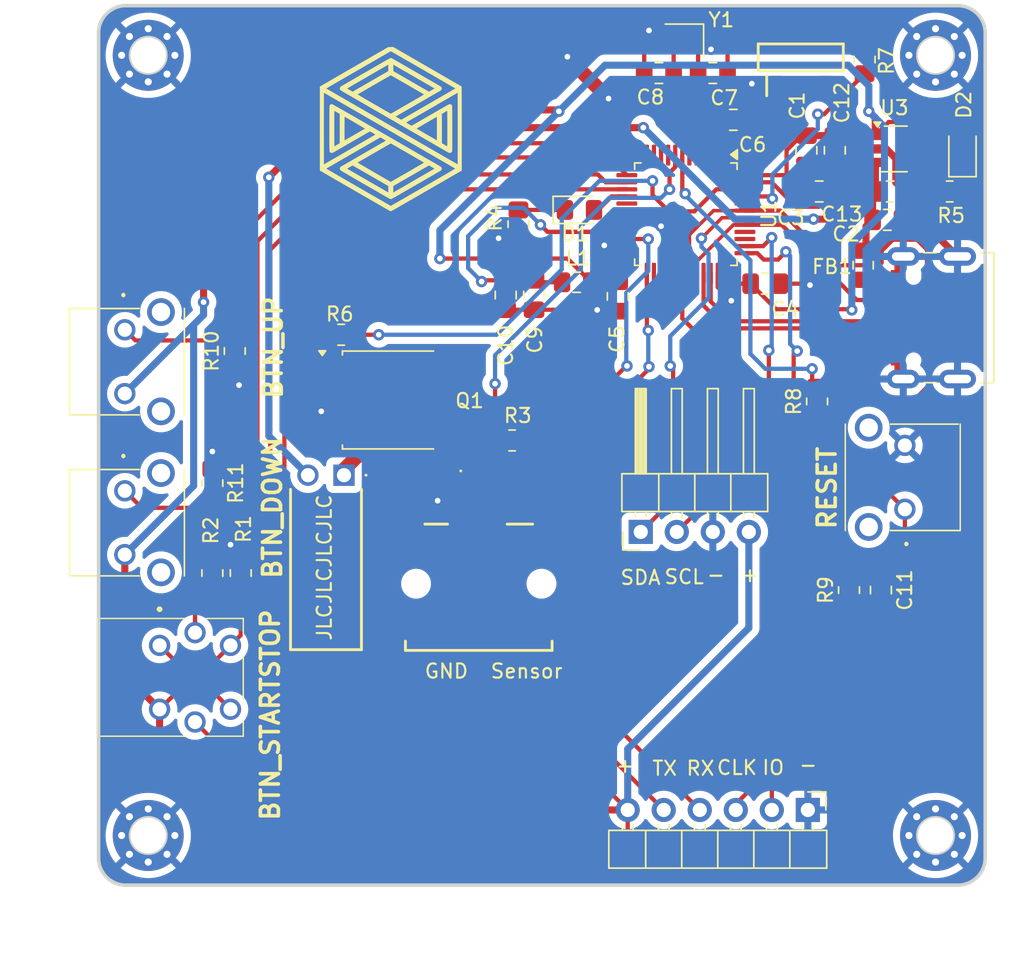
<source format=kicad_pcb>
(kicad_pcb (version 20240108) (generator "pcbnew") (generator_version "8.0")
  (layers (0 "F.Cu" signal) (31 "B.Cu" power) (34 "B.Paste" user) (35 "F.Paste" user) (36 "B.SilkS" user "B.Silkscreen") (37 "F.SilkS" user "F.Silkscreen") (38 "B.Mask" user) (39 "F.Mask" user) (44 "Edge.Cuts" user))
  (net 0 "")
  (net 1 "+3V3")
  (net 2 "VBUS")
  (net 3 "+3.3VA")
  (net 4 "Net-(D1-K)")
  (net 5 "Net-(D2-K)")
  (net 6 "Net-(S1-K)")
  (net 7 "/UART_TX")
  (net 8 "/UART_RX")
  (net 9 "Net-(J6-Pin_1)")
  (net 10 "Net-(Q1-G)")
  (net 13 "Net-(C11-Pad1)")
  (net 14 "Net-(SW1-B)")
  (net 30 "GND")
  (net 31 "/CLK0")
  (net 32 "/CLK1")
  (net 33 "/BOOT")
  (net 34 "/RESET")
  (net 35 "/LED_OUT")
  (net 36 "/USB_D-")
  (net 37 "/USB_D+")
  (net 38 "/USB_CC2")
  (net 39 "/USB_CC1")
  (net 40 "/SWDIO")
  (net 41 "/SWCLK")
  (net 42 "/DISP_I2C_SDA")
  (net 43 "/DISP_I2C_SCL")
  (net 44 "/MCH_CONTROL")
  (net 45 "/BTN_START_STOP")
  (net 46 "/BTN_UP")
  (net 47 "/BTN_DOWN")
  (net 48 "/ADC_TERMO_SENSOR")
  (net 49 "/LED_START_STOP")
  (net 50 "Net-(FB1-Pad1)")
  (footprint "Capacitor_SMD:C_0805_2012Metric_Pad1.18x1.45mm_HandSolder" (layer "F.Cu") (at 146.7 80.6 -90)
    (property "Reference" "C5")
    (property "Value" "100n")
  )
  (footprint "Connector_PinHeader_2.54mm:PinHeader_1x06_P2.54mm_Horizontal" (layer "F.Cu") (at 160.1 116.8 -90)
    (property "Reference" "J4" (hide yes))
    (property "Value" "Debug")
  )
  (footprint "Capacitor_SMD:C_0805_2012Metric_Pad1.18x1.45mm_HandSolder" (layer "F.Cu") (at 157.1 79.7)
    (property "Reference" "C4")
    (property "Value" "100n")
  )
  (footprint "Resistor_SMD:R_0805_2012Metric_Pad1.20x1.40mm_HandSolder" (layer "F.Cu") (at 119.7 84.45 90)
    (property "Reference" "R10")
    (property "Value" "10k")
  )
  (footprint "Capacitor_SMD:C_0805_2012Metric_Pad1.18x1.45mm_HandSolder" (layer "F.Cu") (at 160 70.3 90)
    (property "Reference" "C1")
    (property "Value" "4u7")
  )
  (footprint "MountingHole:MountingHole_2.5mm_Pad_Via" (layer "F.Cu") (at 113.6 118.6)
    (property "Reference" "H3" (hide yes))
    (property "Value" "2.5mm")
  )
  (footprint "Capacitor_SMD:C_0805_2012Metric_Pad1.18x1.45mm_HandSolder" (layer "F.Cu") (at 162 70.3 90)
    (property "Reference" "C12")
    (property "Value" "1u")
  )
  (footprint "Inductor_SMD:L_0805_2012Metric_Pad1.15x1.40mm_HandSolder" (layer "F.Cu") (at 143.8 79.6 180)
    (property "Reference" "L1")
    (property "Value" "27n")
  )
  (footprint "LOGO" (layer "F.Cu") (at 130.694348 69.424236)
    (property "Reference" "G***" (hide yes))
    (property "Value" "LOGO" (hide yes))
  )
  (footprint "MountingHole:MountingHole_2.5mm_Pad_Via" (layer "F.Cu") (at 169.1 63.6)
    (property "Reference" "H1" (hide yes))
    (property "Value" "2.5mm")
  )
  (footprint "MountingHole:MountingHole_2.5mm_Pad_Via" (layer "F.Cu") (at 169.1 118.6)
    (property "Reference" "H4" (hide yes))
    (property "Value" "2.5mm")
  )
  (footprint "Capacitor_SMD:C_0805_2012Metric_Pad1.18x1.45mm_HandSolder" (layer "F.Cu") (at 165.7 75.2)
    (property "Reference" "C2")
    (property "Value" "1u")
  )
  (footprint "Capacitor_SMD:C_0805_2012Metric_Pad1.18x1.45mm_HandSolder" (layer "F.Cu") (at 165.25 101.3 -90)
    (property "Reference" "C11")
    (property "Value" "100n")
  )
  (footprint "Capacitor_SMD:C_0805_2012Metric_Pad1.18x1.45mm_HandSolder" (layer "F.Cu") (at 160.9 73.2)
    (property "Reference" "C3")
    (property "Value" "100n")
  )
  (footprint "Project components:PTS645VL582LFS" (layer "F.Cu") (at 111.95 82.95 -90)
    (property "Reference" "BTN_UP")
    (property "Value" "UP" (hide yes))
  )
  (footprint "Project components:TL1250F180GQRCLR" (layer "F.Cu") (at 114.4 105.2)
    (property "Reference" "BTN_STARTSTOP")
    (property "Value" "START_STOP" (hide yes))
  )
  (footprint "LED_SMD:LED_0805_2012Metric_Pad1.15x1.40mm_HandSolder" (layer "F.Cu") (at 171 70.3 90)
    (property "Reference" "D2")
    (property "Value" "Green")
  )
  (footprint "Resistor_SMD:R_0805_2012Metric_Pad1.20x1.40mm_HandSolder" (layer "F.Cu") (at 139.7 75.5 -90)
    (property "Reference" "R4")
    (property "Value" "4k7")
  )
  (footprint "Package_TO_SOT_SMD:SOT-23-5_HandSoldering" (layer "F.Cu") (at 166.2 70.2)
    (property "Reference" "U3")
    (property "Value" "TLV701")
  )
  (footprint "LED_SMD:LED_0805_2012Metric_Pad1.15x1.40mm_HandSolder" (layer "F.Cu") (at 144 74.5)
    (property "Reference" "D1")
    (property "Value" "Red")
  )
  (footprint "Inductor_SMD:L_0805_2012Metric_Pad1.15x1.40mm_HandSolder" (layer "F.Cu") (at 164 78.4 90)
    (property "Reference" "FB1")
    (property "Value" "500mA")
  )
  (footprint "Crystal:Crystal_SMD_2016-4Pin_2.0x1.6mm" (layer "F.Cu") (at 151.4 62.55 180)
    (property "Reference" "Y1")
    (property "Value" "16Mhz, CL=10p")
  )
  (footprint "Project components:SOT175P420X230-3N" (layer "F.Cu") (at 159.6 63.75 90)
    (property "Reference" "SW1" (hide yes))
    (property "Value" "BOOT" (hide yes))
  )
  (footprint "Project components:PTS645VL582LFS" (layer "F.Cu") (at 166.94 95.6 90)
    (property "Reference" "RESET")
    (property "Value" "RESET" (hide yes))
  )
  (footprint "Resistor_SMD:R_0805_2012Metric_Pad1.20x1.40mm_HandSolder" (layer "F.Cu") (at 164.1 63.9 -90)
    (property "Reference" "R7")
    (property "Value" "10k")
  )
  (footprint "Resistor_SMD:R_0805_2012Metric_Pad1.20x1.40mm_HandSolder" (layer "F.Cu") (at 118.12 93.76 -90)
    (property "Reference" "R11")
    (property "Value" "10k")
  )
  (footprint "Project components:Conn_66100211722" (layer "F.Cu") (at 127.4 93.2)
    (property "Reference" "J6" (hide yes))
    (property "Value" "MCH" (hide yes))
  )
  (footprint "Capacitor_SMD:C_0805_2012Metric_Pad1.18x1.45mm_HandSolder" (layer "F.Cu") (at 138.8 80.5 -90)
    (property "Reference" "C10")
    (property "Value" "100n")
  )
  (footprint "Capacitor_SMD:C_0805_2012Metric_Pad1.18x1.45mm_HandSolder" (layer "F.Cu") (at 165.9 73.2)
    (property "Reference" "C13")
    (property "Value" "100n")
  )
  (footprint "Resistor_SMD:R_0805_2012Metric_Pad1.20x1.40mm_HandSolder" (layer "F.Cu") (at 163 101.3 90)
    (property "Reference" "R9")
    (property "Value" "10k")
  )
  (footprint "MountingHole:MountingHole_2.5mm_Pad_Via" (layer "F.Cu") (at 113.6 63.6)
    (property "Reference" "H2" (hide yes))
    (property "Value" "2.5mm")
  )
  (footprint "Resistor_SMD:R_0805_2012Metric_Pad1.20x1.40mm_HandSolder" (layer "F.Cu") (at 139.25 90.75 180)
    (property "Reference" "R3")
    (property "Value" "8k66")
  )
  (footprint "Capacitor_SMD:C_0805_2012Metric_Pad1.18x1.45mm_HandSolder" (layer "F.Cu") (at 140.8 80.5 -90)
    (property "Reference" "C9")
    (property "Value" "1u")
  )
  (footprint "Resistor_SMD:R_0805_2012Metric_Pad1.20x1.40mm_HandSolder" (layer "F.Cu") (at 127.2 83.3 180)
    (property "Reference" "R6")
    (property "Value" "50")
  )
  (footprint "Connector_USB:USB_C_Receptacle_JAE_DX07S016JA1R1500" (layer "F.Cu") (at 169.5 82.1 90)
    (property "Reference" "J2" (hide yes))
    (property "Value" "Type-C")
  )
  (footprint "Capacitor_SMD:C_0805_2012Metric_Pad1.18x1.45mm_HandSolder" (layer "F.Cu") (at 153.4 64.85 180)
    (property "Reference" "C7")
    (property "Value" "10p")
  )
  (footprint "Project components:234832E" (layer "F.Cu") (at 136.9 101.1 180)
    (property "Reference" "J1" (hide yes))
    (property "Value" "Termosensor" (hide yes))
  )
  (footprint "Resistor_SMD:R_0805_2012Metric_Pad1.20x1.40mm_HandSolder" (layer "F.Cu") (at 170.1 73.2 180)
    (property "Reference" "R5")
    (property "Value" "2k2")
  )
  (footprint "Capacitor_SMD:C_0805_2012Metric_Pad1.18x1.45mm_HandSolder" (layer "F.Cu") (at 154.85 68.15 180)
    (property "Reference" "C6")
    (property "Value" "100n")
  )
  (footprint "Connector_PinHeader_2.54mm:PinHeader_1x04_P2.54mm_Horizontal" (layer "F.Cu") (at 148.32 97.2 90)
    (property "Reference" "J8" (hide yes))
    (property "Value" "Display")
  )
  (footprint "Resistor_SMD:R_0805_2012Metric_Pad1.20x1.40mm_HandSolder" (layer "F.Cu") (at 118.12 100.1 -90)
    (property "Reference" "R2")
    (property "Value" "2k2")
  )
  (footprint "Project components:PTS645VL582LFS" (layer "F.Cu") (at 111.95 94.3 -90)
    (property "Reference" "BTN_DOWN")
    (property "Value" "DOWN" (hide yes))
  )
  (footprint "Package_TO_SOT_SMD:TO-252-2" (layer "F.Cu") (at 130.6 87.9)
    (property "Reference" "Q1")
    (property "Value" "IRLR8726")
  )
  (footprint "Package_QFP:LQFP-48_7x7mm_P0.5mm" (layer "F.Cu") (at 151.5 74.8 -90)
    (property "Reference" "U1")
    (property "Value" "STM32G431CBTx")
  )
  (footprint "Resistor_SMD:R_0805_2012Metric_Pad1.20x1.40mm_HandSolder" (layer "F.Cu") (at 120.12 100.1 -90)
    (property "Reference" "R1")
    (property "Value" "10k")
  )
  (footprint "Capacitor_SMD:C_0805_2012Metric_Pad1.18x1.45mm_HandSolder" (layer "F.Cu") (at 149.6 64.85 180)
    (property "Reference" "C8")
    (property "Value" "10p")
  )
  (footprint "Resistor_SMD:R_0805_2012Metric_Pad1.20x1.40mm_HandSolder" (layer "F.Cu") (at 160.75 88 90)
    (property "Reference" "R8")
    (property "Value" "220")
  )
  (gr_circle (center 113.6 63.6) (end 114.85 63.6) (stroke (width 0.25)) (fill none) (layer "Edge.Cuts"))
  (gr_line (start 172.6 62.1) (end 172.6 120.1) (stroke (width 0.25)) (layer "Edge.Cuts"))
  (gr_line (start 112.1 60.1) (end 170.6 60.1) (stroke (width 0.25)) (layer "Edge.Cuts"))
  (gr_arc (start 170.6 60.1) (mid 172.037114 60.662886) (end 172.6 62.1) (stroke (width 0.25)) (layer "Edge.Cuts"))
  (gr_arc (start 112.1 122.1) (mid 110.662885 121.537114) (end 110.1 120.1) (stroke (width 0.25)) (layer "Edge.Cuts"))
  (gr_arc (start 172.6 120.1) (mid 172.037114 121.537114) (end 170.6 122.1) (stroke (width 0.25)) (layer "Edge.Cuts"))
  (gr_circle (center 113.6 118.6) (end 114.85 118.6) (stroke (width 0.25)) (fill none) (layer "Edge.Cuts"))
  (gr_circle (center 169.1 118.6) (end 170.35 118.6) (stroke (width 0.25)) (fill none) (layer "Edge.Cuts"))
  (gr_arc (start 110.1 62.1) (mid 110.662886 60.662886) (end 112.1 60.1) (stroke (width 0.25)) (layer "Edge.Cuts"))
  (gr_line (start 110.1 120.1) (end 110.1 62.1) (stroke (width 0.25)) (layer "Edge.Cuts"))
  (gr_line (start 170.6 122.1) (end 112.1 122.1) (stroke (width 0.25)) (layer "Edge.Cuts"))
  (gr_circle (center 169.1 63.6) (end 170.35 63.6) (stroke (width 0.25)) (fill none) (layer "Edge.Cuts"))
  (gr_text "SDA" (at 146.8 101 0) (layer "F.SilkS") (effects (font (size 1 1)) (justify left bottom)))
  (gr_text "SCL" (at 149.9 100.95 0) (layer "F.SilkS") (effects (font (size 1 1)) (justify left bottom)))
  (gr_text "TX" (at 149.05 114.45 0) (layer "F.SilkS") (effects (font (size 1 1)) (justify left bottom)))
  (gr_text "+" (at 155.3 100.8 0) (layer "F.SilkS") (effects (font (size 1 1)) (justify left bottom)))
  (gr_text "RX" (at 151.45 114.45 0) (layer "F.SilkS") (effects (font (size 1 1)) (justify left bottom)))
  (gr_text "-" (at 159.4 114.2 0) (layer "F.SilkS") (effects (font (size 1 1)) (justify left bottom)))
  (gr_text "CLK" (at 153.6 114.4 0) (layer "F.SilkS") (effects (font (size 1 1)) (justify left bottom)))
  (gr_text "IO" (at 156.8 114.4 0) (layer "F.SilkS") (effects (font (size 1 1)) (justify left bottom)))
  (gr_text "-" (at 152.9 100.8 0) (layer "F.SilkS") (effects (font (size 1 1)) (justify left bottom)))
  (gr_text "GND" (at 133 107.6 0) (layer "F.SilkS") (effects (font (size 1 1)) (justify left bottom)))
  (gr_text "+" (at 146.5 114.25 0) (layer "F.SilkS") (effects (font (size 1 1)) (justify left bottom)))
  (gr_text "JLCJLCJLCJLC" (at 126.6 104.95 90) (layer "F.SilkS") (effects (font (size 1 1)) (justify left bottom)))
  (gr_text "Sensor" (at 137.65 107.6 0) (layer "F.SilkS") (effects (font (size 1 1)) (justify left bottom)))
  (segment (start 170.025 68.3) (end 171 69.275) (width 0.3) (layer "F.Cu") (net 1))
  (segment (start 161.1 119.8) (end 163 117.9) (width 0.3) (layer "F.Cu") (net 1))
  (segment (start 155.8875 68.15) (end 156.8875 69.15) (width 0.3) (layer "F.Cu") (net 1))
  (segment (start 124.45 67.45) (end 117.5 74.4) (width 0.5) (layer "F.Cu") (net 1))
  (segment (start 159.5 68.7625) (end 160 69.2625) (width 0.25) (layer "F.Cu") (net 1))
  (segment (start 160 69.2625) (end 159.6375 69.2625) (width 0.3) (layer "F.Cu") (net 1))
  (segment (start 115.95 113.15) (end 141.9 113.15) (width 0.5) (layer "F.Cu") (net 1))
  (segment (start 146.6375 78.25) (end 147.3375 77.55) (width 0.3) (layer "F.Cu") (net 1))
  (segment (start 114.4 109.7) (end 111.95 107.25) (width 0.5) (layer "F.Cu") (net 1))
  (segment (start 159.5 67) (end 159.5 68.7625) (width 0.25) (layer "F.Cu") (net 1))
  (segment (start 162 69.2625) (end 164.8375 69.2625) (width 0.5) (layer "F.Cu") (net 1))
  (segment (start 161.35 65.75) (end 160.75 65.75) (width 0.25) (layer "F.Cu") (net 1))
  (segment (start 145.55 116.8) (end 147.4 116.8) (width 0.5) (layer "F.Cu") (net 1))
  (segment (start 163.2 81.55) (end 163.15 81.5) (width 0.3) (layer "F.Cu") (net 1))
  (segment (start 114.4 109.7) (end 114.4 111.6) (width 0.5) (layer "F.Cu") (net 1))
  (segment (start 144 113.4) (end 147.4 116.8) (width 0.3) (layer "F.Cu") (net 1))
  (segment (start 156.0625 79.29062) (end 156.0625 79.7) (width 0.3) (layer "F.Cu") (net 1))
  (segment (start 112.1 98.95) (end 111.95 98.8) (width 0.5) (layer "F.Cu") (net 1))
  (segment (start 146.6375 79.4) (end 146.6375 78.25) (width 0.3) (layer "F.Cu") (net 1))
  (segment (start 114.4 109.7) (end 115.4 108.7) (width 0.3) (layer "F.Cu") (net 1))
  (segment (start 118.4 108.7) (end 119.4 109.7) (width 0.3) (layer "F.Cu") (net 1))
  (segment (start 154.9875 79.7) (end 154.25 78.9625) (width 0.3) (layer "F.Cu") (net 1))
  (segment (start 146.6375 79.4) (end 146.6375 79.8375) (width 0.3) (layer "F.Cu") (net 1))
  (segment (start 141.25 90.75) (end 144 93.5) (width 0.3) (layer "F.Cu") (net 1))
  (segment (start 154.25 69.7875) (end 155.8875 68.15) (width 0.3) (layer "F.Cu") (net 1))
  (segment (start 146.7 79.5625) (end 144.8625 79.5625) (width 0.3) (layer "F.Cu") (net 1))
  (segment (start 158.6 71.9375) (end 159.8625 73.2) (width 0.3) (layer "F.Cu") (net 1))
  (segment (start 158.7125 72.05) (end 155.6625 72.05) (width 0.3) (layer "F.Cu") (net 1))
  (segment (start 163 117.9) (end 163 102.3) (width 0.3) (layer "F.Cu") (net 1))
  (segment (start 146.6375 79.4) (end 146.8 79.4) (width 0.3) (layer "F.Cu") (net 1))
  (segment (start 147.4 118.5) (end 148.7 119.8) (width 0.3) (layer "F.Cu") (net 1))
  (segment (start 164.85 69.25) (end 165.8 68.3) (width 0.3) (layer "F.Cu") (net 1))
  (segment (start 157.8625 81.5) (end 156.0625 79.7) (width 0.3) (layer "F.Cu") (net 1))
  (segment (start 159.6375 69.2625) (end 158.6 70.3) (width 0.3) (layer "F.Cu") (net 1))
  (segment (start 144.8625 79.5625) (end 144.825 79.6) (width 0.3) (layer "F.Cu") (net 1))
  (segment (start 156.0625 79.7) (end 154.9875 79.7) (width 0.3) (layer "F.Cu") (net 1))
  (segment (start 114.4 111.6) (end 115.95 113.15) (width 0.5) (layer "F.Cu") (net 1))
  (segment (start 160 69.2625) (end 162 69.2625) (width 0.5) (layer "F.Cu") (net 1))
  (segment (start 117.5 74.4) (end 117.5 81) (width 0.5) (layer "F.Cu") (net 1))
  (segment (start 164.4 67.55) (end 164.85 68) (width 0.5) (layer "F.Cu") (net 1))
  (segment (start 111.95 107.25) (end 111.95 98.8) (width 0.5) (layer "F.Cu") (net 1))
  (segment (start 134.16 77.93) (end 143.155 77.93) (width 0.3) (layer "F.Cu") (net 1))
  (segment (start 164.8375 69.2625) (end 164.85 69.25) (width 0.5) (layer "F.Cu") (net 1))
  (segment (start 148.7 119.8) (end 161.1 119.8) (width 0.3) (layer "F.Cu") (net 1))
  (segment (start 147.4 116.8) (end 147.4 118.5) (width 0.3) (layer "F.Cu") (net 1))
  (segment (start 142.55 67.55) (end 142.45 67.45) (width 0.3) (layer "F.Cu") (net 1))
  (segment (start 143.155 77.93) (end 144.825 79.6) (width 0.3) (layer "F.Cu") (net 1))
  (segment (start 159.6 68.8625) (end 160 69.2625) (width 0.3) (layer "F.Cu") (net 1))
  (segment (start 163.15 81.5) (end 157.8625 81.5) (width 0.3) (layer "F.Cu") (net 1))
  (segment (start 165.8 68.3) (end 170.025 68.3) (width 0.3) (layer "F.Cu") (net 1))
  (segment (start 159.8625 73.2) (end 158.7125 72.05) (width 0.3) (layer "F.Cu") (net 1))
  (segment (start 160.75 65.75) (end 159.5 67) (width 0.25) (layer "F.Cu") (net 1))
  (segment (start 115.4 108.7) (end 118.4 108.7) (width 0.3) (layer "F.Cu") (net 1))
  (segment (start 159.8875 69.15) (end 160 69.2625) (width 0.3) (layer "F.Cu") (net 1))
  (segment (start 164.85 68) (end 164.85 69.25) (width 0.5) (layer "F.Cu") (net 1))
  (segment (start 141.9 113.15) (end 145.55 116.8) (width 0.5) (layer "F.Cu") (net 1))
  (segment (start 154.25 70.6375) (end 154.25 69.7875) (width 0.3) (layer "F.Cu") (net 1))
  (segment (start 156.8875 69.15) (end 159.8875 69.15) (width 0.3) (layer "F.Cu") (net 1))
  (segment (start 144 93.5) (end 144 113.4) (width 0.3) (layer "F.Cu") (net 1))
  (segment (start 158.6 70.3) (end 158.6 71.9375) (width 0.3) (layer "F.Cu") (net 1))
  (segment (start 142.45 67.45) (end 124.45 67.45) (width 0.5) (layer "F.Cu") (net 1))
  (segment (start 140.25 90.75) (end 141.25 90.75) (width 0.3) (layer "F.Cu") (net 1))
  (via (at 117.5 81) (size 0.8) (drill 0.4) (layers "F.Cu" "B.Cu") (net 1))
  (via (at 163.2 81.55) (size 0.8) (drill 0.4) (layers "F.Cu" "B.Cu") (net 1))
  (via (at 142.55 67.55) (size 0.8) (drill 0.4) (layers "F.Cu" "B.Cu") (net 1))
  (via (at 134.16 77.93) (size 0.8) (drill 0.4) (layers "F.Cu" "B.Cu") (net 1))
  (via (at 164.4 67.55) (size 0.8) (drill 0.4) (layers "F.Cu" "B.Cu") (net 1))
  (segment (start 117.5 81.9) (end 111.95 87.45) (width 0.5) (layer "B.Cu") (net 1))
  (segment (start 162.95 64.3) (end 164.4 65.75) (width 0.5) (layer "B.Cu") (net 1))
  (segment (start 116.8 93.95) (end 116.8 82.6) (width 0.5) (layer "B.Cu") (net 1))
  (segment (start 111.95 98.8) (end 116.8 93.95) (width 0.5) (layer "B.Cu") (net 1))
  (segment (start 142.55 67.55) (end 134.16 75.94) (width 0.5) (layer "B.Cu") (net 1))
  (segment (start 147.4 116.8) (end 147.4 112.5) (width 0.5) (layer "B.Cu") (net 1))
  (segment (start 145.8 64.3) (end 162.95 64.3) (width 0.5) (layer "B.Cu") (net 1))
  (segment (start 155.94 103.96) (end 155.94 97.2) (width 0.5) (layer "B.Cu") (net 1))
  (segment (start 147.4 112.5) (end 155.94 103.96) (width 0.5) (layer "B.Cu") (net 1))
  (segment (start 134.16 75.94) (end 134.16 77.93) (width 0.5) (layer "B.Cu") (net 1))
  (segment (start 164.4 65.75) (end 164.4 67.55) (width 0.5) (layer "B.Cu") (net 1))
  (segment (start 165.5 74.6) (end 165.5 68.65) (width 0.5) (layer "B.Cu") (net 1))
  (segment (start 163.2 76.9) (end 165.5 74.6) (width 0.5) (layer "B.Cu") (net 1))
  (segment (start 142.55 67.55) (end 145.8 64.3) (width 0.5) (layer "B.Cu") (net 1))
  (segment (start 116.8 82.6) (end 117.5 81.9) (width 0.3) (layer "B.Cu") (net 1))
  (segment (start 163.2 81.55) (end 163.2 76.9) (width 0.5) (layer "B.Cu") (net 1))
  (segment (start 165.5 68.65) (end 164.4 67.55) (width 0.5) (layer "B.Cu") (net 1))
  (segment (start 117.5 81) (end 117.5 81.9) (width 0.5) (layer "B.Cu") (net 1))
  (segment (start 148.5 68.7) (end 125.6 68.7) (width 0.5) (layer "F.Cu") (net 2))
  (segment (start 164.2 75.6625) (end 164.6625 75.2) (width 0.5) (layer "F.Cu") (net 2))
  (segment (start 164.8625 73.2) (end 164.8625 71.1625) (width 0.5) (layer "F.Cu") (net 2))
  (segment (start 164.2 77.375) (end 164.2 75.6625) (width 0.5) (layer "F.Cu") (net 2))
  (segment (start 162.35 75.15) (end 164.3 73.2) (width 0.5) (layer "F.Cu") (net 2))
  (segment (start 125.6 68.7) (end 122.1 72.2) (width 0.5) (layer "F.Cu") (net 2))
  (segment (start 164.6625 73.4) (end 164.8625 73.2) (width 0.5) (layer "F.Cu") (net 2))
  (segment (start 164.8625 71.1625) (end 164.85 71.15) (width 0.5) (layer "F.Cu") (net 2))
  (segment (start 164.6625 75.2) (end 164.6625 73.4) (width 0.5) (layer "F.Cu") (net 2))
  (segment (start 160.5 75.15) (end 162.35 75.15) (width 0.5) (layer "F.Cu") (net 2))
  (segment (start 164.3 73.2) (end 164.8625 73.2) (width 0.5) (layer "F.Cu") (net 2))
  (via (at 122.1 72.2) (size 0.8) (drill 0.4) (layers "F.Cu" "B.Cu") (net 2))
  (via (at 160.5 75.15) (size 0.8) (drill 0.4) (layers "F.Cu" "B.Cu") (net 2))
  (via (at 148.5 68.7) (size 0.8) (drill 0.4) (layers "F.Cu" "B.Cu") (net 2))
  (segment (start 160.5 75.15) (end 154.95 75.15) (width 0.5) (layer "B.Cu") (net 2))
  (segment (start 122.1 72.2) (end 122.1 90.44) (width 0.5) (layer "B.Cu") (net 2))
  (segment (start 154.95 75.15) (end 148.5 68.7) (width 0.5) (layer "B.Cu") (net 2))
  (segment (start 122.1 90.44) (end 124.86 93.2) (width 0.5) (layer "B.Cu") (net 2))
  (segment (start 141.75 76.05) (end 147.3375 76.05) (width 0.3) (layer "F.Cu") (net 3))
  (segment (start 145.75 76.05) (end 146.25 75.55) (width 0.3) (layer "F.Cu") (net 3))
  (segment (start 140.8 79.4625) (end 138.8 79.4625) (width 0.3) (layer "F.Cu") (net 3))
  (segment (start 146.25 75.55) (end 147.3375 75.55) (width 0.3) (layer "F.Cu") (net 3))
  (segment (start 140.9375 79.6) (end 140.8 79.4625) (width 0.3) (layer "F.Cu") (net 3))
  (segment (start 137.1875 79.4625) (end 137.1 79.55) (width 0.3) (layer "F.Cu") (net 3))
  (segment (start 141.25 75.55) (end 141.75 76.05) (width 0.3) (layer "F.Cu") (net 3))
  (segment (start 142.775 79.6) (end 140.9375 79.6) (width 0.3) (layer "F.Cu") (net 3))
  (segment (start 141.75 76.05) (end 145.75 76.05) (width 0.3) (layer "F.Cu") (net 3))
  (segment (start 138.8 79.4625) (end 137.1875 79.4625) (width 0.3) (layer "F.Cu") (net 3))
  (via (at 141.25 75.55) (size 0.8) (drill 0.4) (layers "F.Cu" "B.Cu") (net 3))
  (via (at 137.1 79.55) (size 0.8) (drill 0.4) (layers "F.Cu" "B.Cu") (net 3))
  (segment (start 138.15 74.35) (end 136.15 76.35) (width 0.3) (layer "B.Cu") (net 3))
  (segment (start 140.05 74.35) (end 138.15 74.35) (width 0.3) (layer "B.Cu") (net 3))
  (segment (start 136.15 78.6) (end 137.1 79.55) (width 0.3) (layer "B.Cu") (net 3))
  (segment (start 141.25 75.55) (end 140.05 74.35) (width 0.3) (layer "B.Cu") (net 3))
  (segment (start 136.15 76.35) (end 136.15 78.6) (width 0.3) (layer "B.Cu") (net 3))
  (segment (start 139.7 74.5) (end 142.975 74.5) (width 0.3) (layer "F.Cu") (net 4))
  (segment (start 171.1 71.425) (end 171 71.325) (width 0.5) (layer "F.Cu") (net 5))
  (segment (start 171.1 73.2) (end 171.1 71.425) (width 0.5) (layer "F.Cu") (net 5))
  (segment (start 170.975 71.325) (end 171 71.325) (width 0.5) (layer "F.Cu") (net 5))
  (segment (start 116.9 104.3) (end 116.9 102.32) (width 0.3) (layer "F.Cu") (net 6))
  (segment (start 116.9 102.32) (end 118.12 101.1) (width 0.3) (layer "F.Cu") (net 6))
  (segment (start 147.35 85.5) (end 147.3 85.5) (width 0.3) (layer "F.Cu") (net 7))
  (segment (start 148.85 76.55) (end 147.3375 76.55) (width 0.3) (layer "F.Cu") (net 7))
  (segment (start 145.3 112.16) (end 149.94 116.8) (width 0.3) (layer "F.Cu") (net 7))
  (segment (start 147.3 85.5) (end 145.3 87.5) (width 0.3) (layer "F.Cu") (net 7))
  (segment (start 145.3 87.5) (end 145.3 112.16) (width 0.3) (layer "F.Cu") (net 7))
  (via (at 147.35 85.5) (size 0.8) (drill 0.4) (layers "F.Cu" "B.Cu") (net 7))
  (via (at 148.85 76.55) (size 0.8) (drill 0.4) (layers "F.Cu" "B.Cu") (net 7))
  (segment (start 147.3 80.35) (end 147.3 85.45) (width 0.3) (layer "B.Cu") (net 7))
  (segment (start 148.85 76.55) (end 148.85 78.8) (width 0.3) (layer "B.Cu") (net 7))
  (segment (start 147.3 85.45) (end 147.35 85.5) (width 0.3) (layer "B.Cu") (net 7))
  (segment (start 148.85 78.8) (end 147.3 80.35) (width 0.3) (layer "B.Cu") (net 7))
  (segment (start 148.75 82.9) (end 148.75 78.9625) (width 0.3) (layer "F.Cu") (net 8))
  (segment (start 148.85 83) (end 148.75 82.9) (width 0.3) (layer "F.Cu") (net 8))
  (segment (start 146.4 88.2) (end 146.4 110.72) (width 0.3) (layer "F.Cu") (net 8))
  (segment (start 146.4 110.72) (end 152.48 116.8) (width 0.3) (layer "F.Cu") (net 8))
  (segment (start 148.9 85.7) (end 146.4 88.2) (width 0.3) (layer "F.Cu") (net 8))
  (segment (start 148.9 85.55) (end 148.9 85.7) (width 0.3) (layer "F.Cu") (net 8))
  (via (at 148.9 85.55) (size 0.8) (drill 0.4) (layers "F.Cu" "B.Cu") (net 8))
  (via (at 148.85 83) (size 0.8) (drill 0.4) (layers "F.Cu" "B.Cu") (net 8))
  (segment (start 148.85 85.5) (end 148.9 85.55) (width 0.3) (layer "B.Cu") (net 8))
  (segment (start 148.85 83) (end 148.85 85.5) (width 0.3) (layer "B.Cu") (net 8))
  (segment (start 127.4 93.2) (end 127.4 92.8) (width 1) (layer "F.Cu") (net 9))
  (segment (start 127.4 92.8) (end 130.185 90.015) (width 1) (layer "F.Cu") (net 9))
  (segment (start 130.185 90.015) (end 130.185 89.425) (width 1) (layer "F.Cu") (net 9))
  (segment (start 126.2 84.98) (end 126.2 83.3) (width 0.3) (layer "F.Cu") (net 10))
  (segment (start 125.56 85.62) (end 126.2 84.98) (width 0.3) (layer "F.Cu") (net 10))
  (segment (start 166.94 95.6) (end 160.75 89.41) (width 0.3) (layer "F.Cu") (net 13))
  (segment (start 160.75 89.41) (end 160.75 89) (width 0.3) (layer "F.Cu") (net 13))
  (segment (start 165.2125 100.3) (end 165.25 100.2625) (width 0.3) (layer "F.Cu") (net 13))
  (segment (start 165.25 100.2625) (end 166.94 98.5725) (width 0.3) (layer "F.Cu") (net 13))
  (segment (start 163 100.3) (end 165.2125 100.3) (width 0.3) (layer "F.Cu") (net 13))
  (segment (start 166.94 98.5725) (end 166.94 95.6) (width 0.3) (layer "F.Cu") (net 13))
  (segment (start 160.75 62.9) (end 159.6 61.75) (width 0.25) (layer "F.Cu") (net 14))
  (segment (start 164.1 62.9) (end 160.75 62.9) (width 0.25) (layer "F.Cu") (net 14))
  (segment (start 168.435 75.565) (end 170.65 77.78) (width 0.5) (layer "F.Cu") (net 30))
  (segment (start 138.8 81.5375) (end 140.8 81.5375) (width 0.3) (layer "F.Cu") (net 30))
  (segment (start 168.95 93.11) (end 166.94 91.1) (width 0.3) (layer "F.Cu") (net 30))
  (segment (start 168.07 75.2) (end 168.435 75.565) (width 0.5) (layer "F.Cu") (net 30))
  (segment (start 143.15 63.7) (end 143.15 63.75) (width 1) (layer "F.Cu") (net 30))
  (segment (start 168.07 75.2) (end 169.1 74.17) (width 0.5) (layer "F.Cu") (net 30))
  (segment (start 152.3625 63.3625) (end 152.1 63.1) (width 0.3) (layer "F.Cu") (net 30))
  (segment (start 166.3 72.5625) (end 166.9375 73.2) (width 0.5) (layer "F.Cu") (net 30))
  (segment (start 119.7 85.45) (end 119.7 86.55) (width 0.5) (layer "F.Cu") (net 30))
  (segment (start 153.269669 63.180331) (end 153.189338 63.1) (width 0.3) (layer "F.Cu") (net 30))
  (segment (start 168.95 98.6375) (end 168.95 93.11) (width 0.3) (layer "F.Cu") (net 30))
  (segment (start 145.2625 81.5375) (end 146.6 81.5375) (width 0.3) (layer "F.Cu") (net 30))
  (segment (start 125.56 90.18) (end 125.56 88.94) (width 0.5) (layer "F.Cu") (net 30))
  (segment (start 135.63 94.95) (end 134.05 94.95) (width 0.3) (layer "F.Cu") (net 30))
  (segment (start 162 71.3375) (end 160 71.3375) (width 0.5) (layer "F.Cu") (net 30))
  (segment (start 162 71.3375) (end 163.1375 70.2) (width 0.5) (layer "F.Cu") (net 30))
  (segment (start 149.15 75.05) (end 147.3375 75.05) (width 0.3) (layer "F.Cu") (net 30))
  (segment (start 119.4 98.38) (end 120.12 99.1) (width 0.3) (layer "F.Cu") (net 30))
  (segment (start 166.45 86.045) (end 166.825 86.42) (width 0.5) (layer "F.Cu") (net 30))
  (segment (start 166.7375 75.2) (end 168.07 75.2) (width 0.5) (layer "F.Cu") (net 30))
  (segment (start 169.1 74.17) (end 169.1 73.2) (width 0.5) (layer "F.Cu") (net 30))
  (segment (start 145.8 77.05) (end 147.3375 77.05) (width 0.3) (layer "F.Cu") (net 30))
  (segment (start 153.75 79.95) (end 153.75 78.9625) (width 0.3) (layer "F.Cu") (net 30))
  (segment (start 155.6625 72.55) (end 157.544544 72.55) (width 0.3) (layer "F.Cu") (net 30))
  (segment (start 148.5625 64.85) (end 148.5625 63.3875) (width 0.3) (layer "F.Cu") (net 30))
  (segment (start 166.45 79) (end 166.45 78.155) (width 0.5) (layer "F.Cu") (net 30))
  (segment (start 164.85 70.2) (end 165.629999 70.2) (width 0.5) (layer "F.Cu") (net 30))
  (segment (start 156.15 65.6) (end 153.8125 67.9375) (width 0.3) (layer "F.Cu") (net 30))
  (segment (start 119.4 98.1) (end 118.4 99.1) (width 0.3) (layer "F.Cu") (net 30))
  (segment (start 157.544544 72.55) (end 159.269544 74.275) (width 0.3) (layer "F.Cu") (net 30))
  (segment (start 125.56 88.94) (end 125.8 88.7) (width 0.5) (layer "F.Cu") (net 30))
  (segment (start 166.45 85.2) (end 166.45 86.045) (width 0.5) (layer "F.Cu") (net 30))
  (segment (start 118.12 91.53) (end 118.12 92.76) (width 0.3) (layer "F.Cu") (net 30))
  (segment (start 159.269544 74.275) (end 160.8625 74.275) (width 0.3) (layer "F.Cu") (net 30))
  (segment (start 119.7 86.55) (end 120 86.85) (width 0.5) (layer "F.Cu") (net 30))
  (segment (start 148.5625 63.3875) (end 149.95 62) (width 0.3) (layer "F.Cu") (net 30))
  (segment (start 140.8 81.5375) (end 145.2375 81.5375) (width 0.3) (layer "F.Cu") (net 30))
  (segment (start 165.25 102.3375) (end 168.95 98.6375) (width 0.3) (layer "F.Cu") (net 30))
  (segment (start 153.8125 67.9375) (end 153.8125 68.15) (width 0.3) (layer "F.Cu") (net 30))
  (segment (start 143.15 63.75) (end 146.05 66.65) (width 1) (layer "F.Cu") (net 30))
  (segment (start 157.7 65.6) (end 157.85 65.75) (width 0.3) (layer "F.Cu") (net 30))
  (segment (start 166.4 86.375) (end 166.175 86.6) (width 0.5) (layer "F.Cu") (net 30))
  (segment (start 160.15 79.7) (end 160.25 79.8) (width 0.3) (layer "F.Cu") (net 30))
  (segment (start 166.7375 75.2) (end 166.7375 73.4) (width 0.5) (layer "F.Cu") (net 30))
  (segment (start 145.75 77) (end 145.8 77.05) (width 0.3) (layer "F.Cu") (net 30))
  (segment (start 161.9375 73.2) (end 161.9375 71.4) (width 0.3) (layer "F.Cu") (net 30))
  (segment (start 166.45 78.155) (end 166.825 77.78) (width 0.5) (layer "F.Cu") (net 30))
  (segment (start 160.8625 74.275) (end 161.9375 73.2) (width 0.3) (layer "F.Cu") (net 30))
  (segment (start 118.4 99.1) (end 118.12 99.1) (width 0.3) (layer "F.Cu") (net 30))
  (segment (start 146.6 81.5375) (end 146.7 81.6375) (width 0.3) (layer "F.Cu") (net 30))
  (segment (start 149.75 75.65) (end 149.15 75.05) (width 0.3) (layer "F.Cu") (net 30))
  (segment (start 149.95 62) (end 150.7 62) (width 0.3) (layer "F.Cu") (net 30))
  (segment (start 138.3 76.5) (end 139.7 76.5) (width 0.3) (layer "F.Cu") (net 30))
  (segment (start 158.1375 79.7) (end 160.15 79.7) (width 0.3) (layer "F.Cu") (net 30))
  (segment (start 149.95 62) (end 149.8 61.85) (width 0.3) (layer "F.Cu") (net 30))
  (segment (start 145.2375 81.5375) (end 145.25 81.55) (width 0.3) (layer "F.Cu") (net 30))
  (segment (start 166.7375 73.4) (end 166.9375 73.2) (width 0.5) (layer "F.Cu") (net 30))
  (segment (start 154.7 80.9) (end 153.75 79.95) (width 0.3) (layer "F.Cu") (net 30))
  (segment (start 165.629999 70.2) (end 166.3 70.870001) (width 0.5) (layer "F.Cu") (net 30))
  (segment (start 153.189338 63.1) (end 152.1 63.1) (width 0.3) (layer "F.Cu") (net 30))
  (segment (start 119.4 98.1) (end 119.4 98.38) (width 0.3) (layer "F.Cu") (net 30))
  (segment (start 145.25 81.55) (end 145.2625 81.5375) (width 0.3) (layer "F.Cu") (net 30))
  (segment (start 163.1375 70.2) (end 164.85 70.2) (width 0.5) (layer "F.Cu") (net 30))
  (segment (start 161.9375 71.4) (end 162 71.3375) (width 0.3) (layer "F.Cu") (net 30))
  (segment (start 152.3625 64.85) (end 152.3625 63.3625) (width 0.3) (layer "F.Cu") (net 30))
  (segment (start 166.3 70.870001) (end 166.3 72.5625) (width 0.5) (layer "F.Cu") (net 30))
  (segment (start 149.8 61.85) (end 148.9 61.85) (width 0.3) (layer "F.Cu") (net 30))
  (segment (start 134.05 94.95) (end 134 95) (width 0.3) (layer "F.Cu") (net 30))
  (segment (start 156.05 65.6) (end 157.7 65.6) (width 0.3) (layer "F.Cu") (net 30))
  (via (at 160.25 79.8) (size 0.8) (drill 0.4) (layers "F.Cu" "B.Cu") (net 30))
  (via (at 145.75 77) (size 0.8) (drill 0.4) (layers "F.Cu" "B.Cu") (net 30))
  (via (at 119.4 98.1) (size 0.8) (drill 0.4) (layers "F.Cu" "B.Cu") (net 30))
  (via (at 154.7 80.9) (size 0.8) (drill 0.4) (layers "F.Cu" "B.Cu") (net 30))
  (via (at 148.9 61.85) (size 0.8) (drill 0.4) (layers "F.Cu" "B.Cu") (net 30))
  (via (at 125.8 88.7) (size 0.8) (drill 0.4) (layers "F.Cu" "B.Cu") (net 30))
  (via (at 156.15 65.6) (size 0.8) (drill 0.4) (layers "F.Cu" "B.Cu") (net 30))
  (via (at 145.25 81.55) (size 0.8) (drill 0.4) (layers "F.Cu" "B.Cu") (net 30))
  (via (at 143.15 63.7) (size 0.8) (drill 0.4) (layers "F.Cu" "B.Cu") (net 30))
  (via (at 138.3 76.5) (size 0.8) (drill 0.4) (layers "F.Cu" "B.Cu") (net 30))
  (via (at 134 95) (size 0.8) (drill 0.4) (layers "F.Cu" "B.Cu") (net 30))
  (via (at 120 86.85) (size 0.8) (drill 0.4) (layers "F.Cu" "B.Cu") (net 30))
  (via (at 153.269669 63.180331) (size 0.8) (drill 0.4) (layers "F.Cu" "B.Cu") (net 30))
  (via (at 146.05 66.65) (size 0.8) (drill 0.4) (layers "F.Cu" "B.Cu") (net 30))
  (via (at 118.12 91.53) (size 0.8) (drill 0.4) (layers "F.Cu" "B.Cu") (net 30))
  (via (at 149.75 75.65) (size 0.8) (drill 0.4) (layers "F.Cu" "B.Cu") (net 30))
  (segment (start 153.15 62) (end 152.1 62) (width 0.3) (layer "F.Cu") (net 31))
  (segment (start 154.4375 64.85) (end 154.4375 63.2875) (width 0.3) (layer "F.Cu") (net 31))
  (segment (start 154.4375 63.2875) (end 153.15 62) (width 0.3) (layer "F.Cu") (net 31))
  (segment (start 152.25 67.0375) (end 154.4375 64.85) (width 0.3) (layer "F.Cu") (net 31))
  (segment (start 152.25 70.6375) (end 152.25 67.0375) (width 0.3) (layer "F.Cu") (net 31))
  (segment (start 150.6375 65.8375) (end 150.6375 64.85) (width 0.3) (layer "F.Cu") (net 32))
  (segment (start 151.75 66.95) (end 150.6375 65.8375) (width 0.3) (layer "F.Cu") (net 32))
  (segment (start 151.75 70.6375) (end 151.75 66.95) (width 0.3) (layer "F.Cu") (net 32))
  (segment (start 150.6375 64.85) (end 150.6375 63.1625) (width 0.3) (layer "F.Cu") (net 32))
  (segment (start 150.6375 63.1625) (end 150.7 63.1) (width 0.3) (layer "F.Cu") (net 32))
  (segment (start 155.6625 73.55) (end 157.45 73.55) (width 0.3) (layer "F.Cu") (net 33))
  (segment (start 157.45 73.55) (end 157.6 73.7) (width 0.3) (layer "F.Cu") (net 33))
  (segment (start 161.25 67.75) (end 164.1 64.9) (width 0.3) (layer "F.Cu") (net 33))
  (segment (start 160.8 67.75) (end 161.25 67.75) (width 0.3) (layer "F.Cu") (net 33))
  (via (at 157.6 73.7) (size 0.8) (drill 0.4) (layers "F.Cu" "B.Cu") (net 33))
  (via (at 160.8 67.75) (size 0.8) (drill 0.4) (layers "F.Cu" "B.Cu") (net 33))
  (segment (start 160.8 68.8) (end 157.6 72) (width 0.3) (layer "B.Cu") (net 33))
  (segment (start 160.8 67.75) (end 160.8 68.8) (width 0.3) (layer "B.Cu") (net 33))
  (segment (start 157.6 72) (end 157.6 73.7) (width 0.3) (layer "B.Cu") (net 33))
  (segment (start 160.4 86.65) (end 160.75 87) (width 0.3) (layer "F.Cu") (net 34))
  (segment (start 151.25 73.15) (end 151.45 73.35) (width 0.3) (layer "F.Cu") (net 34))
  (segment (start 160.4 85.7) (end 160.4 86.65) (width 0.3) (layer "F.Cu") (net 34))
  (segment (start 151.25 70.6375) (end 151.25 73.15) (width 0.3) (layer "F.Cu") (net 34))
  (via (at 160.4 85.7) (size 0.8) (drill 0.4) (layers "F.Cu" "B.Cu") (net 34))
  (via (at 151.45 73.35) (size 0.8) (drill 0.4) (layers "F.Cu" "B.Cu") (net 34))
  (segment (start 160.4 85.7) (end 157.1 85.7) (width 0.3) (layer "B.Cu") (net 34))
  (segment (start 156.05 84.65) (end 156.05 78.05) (width 0.3) (layer "B.Cu") (net 34))
  (segment (start 151.45 73.45) (end 151.45 73.35) (width 0.3) (layer "B.Cu") (net 34))
  (segment (start 157.1 85.7) (end 156.05 84.65) (width 0.3) (layer "B.Cu") (net 34))
  (segment (start 156.05 78.05) (end 151.45 73.45) (width 0.3) (layer "B.Cu") (net 34))
  (segment (start 145.3125 74.5) (end 145.025 74.5) (width 0.3) (layer "F.Cu") (net 35))
  (segment (start 146.2625 73.55) (end 145.3125 74.5) (width 0.3) (layer "F.Cu") (net 35))
  (segment (start 147.3375 73.55) (end 146.2625 73.55) (width 0.3) (layer "F.Cu") (net 35))
  (segment (start 152.75 81.25) (end 154.35 82.85) (width 0.3) (layer "F.Cu") (net 36))
  (segment (start 152.75 78.9625) (end 152.75 81.25) (width 0.3) (layer "F.Cu") (net 36))
  (segment (start 167.285 82.85) (end 167.7 82.435) (width 0.3) (layer "F.Cu") (net 36))
  (segment (start 166.45 82.85) (end 167.285 82.85) (width 0.3) (layer "F.Cu") (net 36))
  (segment (start 167.7 81.8) (end 167.25 81.35) (width 0.3) (layer "F.Cu") (net 36))
  (segment (start 167.7 82.435) (end 167.7 81.8) (width 0.3) (layer "F.Cu") (net 36))
  (segment (start 154.35 82.85) (end 166.45 82.85) (width 0.3) (layer "F.Cu") (net 36))
  (segment (start 167.25 81.35) (end 166.45 81.35) (width 0.3) (layer "F.Cu") (net 36))
  (segment (start 154.65 82.35) (end 166.45 82.35) (width 0.3) (layer "F.Cu") (net 37))
  (segment (start 164.65 81.85) (end 164.2 82.3) (width 0.3) (layer "F.Cu") (net 37))
  (segment (start 153.25 80.95) (end 154.65 82.35) (width 0.3) (layer "F.Cu") (net 37))
  (segment (start 165.3 81.85) (end 166.45 81.85) (width 0.3) (layer "F.Cu") (net 37))
  (segment (start 153.25 78.9625) (end 153.25 80.95) (width 0.3) (layer "F.Cu") (net 37))
  (segment (start 165.3 81.85) (end 164.65 81.85) (width 0.3) (layer "F.Cu") (net 37))
  (segment (start 165.95 81.85) (end 165.3 81.85) (width 0.3) (layer "F.Cu") (net 37))
  (segment (start 158.25 75.55) (end 155.6625 75.55) (width 0.3) (layer "F.Cu") (net 38))
  (segment (start 154.85 75.55) (end 155.6625 75.55) (width 0.25) (layer "F.Cu") (net 38))
  (segment (start 152.25 78.15) (end 154.85 75.55) (width 0.25) (layer "F.Cu") (net 38))
  (segment (start 152.25 78.9625) (end 152.25 78.15) (width 0.25) (layer "F.Cu") (net 38))
  (segment (start 166.45 80.85) (end 163.55 80.85) (width 0.3) (layer "F.Cu") (net 38))
  (segment (start 163.55 80.85) (end 158.25 75.55) (width 0.3) (layer "F.Cu") (net 38))
  (segment (start 166.090786 76.6) (end 167.8 76.6) (width 0.3) (layer "F.Cu") (net 39))
  (segment (start 165 87) (end 165 84.44) (width 0.3) (layer "F.Cu") (net 39))
  (segment (start 165.3 77.390786) (end 166.090786 76.6) (width 0.3) (layer "F.Cu") (net 39))
  (segment (start 169 84.2) (end 168.6 84.6) (width 0.3) (layer "F.Cu") (net 39))
  (segment (start 162 78.4) (end 165.119214 78.4) (width 0.3) (layer "F.Cu") (net 39))
  (segment (start 168.5 77.3) (end 168.5 79.8) (width 0.3) (layer "F.Cu") (net 39))
  (segment (start 165.3 78.219214) (end 165.3 77.390786) (width 0.3) (layer "F.Cu") (net 39))
  (segment (start 165.6 83.84) (end 166.45 83.84) (width 0.3) (layer "F.Cu") (net 39))
  (segment (start 167.7 87.8) (end 165.8 87.8) (width 0.3) (layer "F.Cu") (net 39))
  (segment (start 165.119214 78.4) (end 165.3 78.219214) (width 0.3) (layer "F.Cu") (net 39))
  (segment (start 165.8 87.8) (end 165 87) (width 0.3) (layer "F.Cu") (net 39))
  (segment (start 167.8 76.6) (end 168.5 77.3) (width 0.3) (layer "F.Cu") (net 39))
  (segment (start 169 80.3) (end 169 84.2) (width 0.3) (layer "F.Cu") (net 39))
  (segment (start 151.75 78.9625) (end 151.75 76.25) (width 0.25) (layer "F.Cu") (net 39))
  (segment (start 168.5 79.8) (end 169 80.3) (width 0.3) (layer "F.Cu") (net 39))
  (segment (start 158.15 74.55) (end 162 78.4) (width 0.3) (layer "F.Cu") (net 39))
  (segment (start 165 84.44) (end 165.6 83.84) (width 0.3) (layer "F.Cu") (net 39))
  (segment (start 155.6625 74.55) (end 158.15 74.55) (width 0.3) (layer "F.Cu") (net 39))
  (segment (start 153.45 74.55) (end 155.6625 74.55) (width 0.25) (layer "F.Cu") (net 39))
  (segment (start 168.6 86.9) (end 167.7 87.8) (width 0.3) (layer "F.Cu") (net 39))
  (segment (start 151.75 76.25) (end 153.45 74.55) (width 0.25) (layer "F.Cu") (net 39))
  (segment (start 168.6 84.6) (end 168.6 86.9) (width 0.3) (layer "F.Cu") (net 39))
  (segment (start 156.539339 77.55) (end 155.6625 77.55) (width 0.3) (layer "F.Cu") (net 40))
  (segment (start 156.989339 78) (end 156.539339 77.55) (width 0.3) (layer "F.Cu") (net 40))
  (segment (start 158.55 77.45) (end 158 78) (width 0.3) (layer "F.Cu") (net 40))
  (segment (start 158 78) (end 156.989339 78) (width 0.3) (layer "F.Cu") (net 40))
  (segment (start 157.56 115.44) (end 157.56 116.8) (width 0.3) (layer "F.Cu") (net 40))
  (segment (start 159.1 84.7) (end 159.1 113.9) (width 0.3) (layer "F.Cu") (net 40))
  (segment (start 159.1 113.9) (end 157.56 115.44) (width 0.3) (layer "F.Cu") (net 40))
  (segment (start 159.35 84.45) (end 159.1 84.7) (width 0.3) (layer "F.Cu") (net 40))
  (via (at 158.55 77.45) (size 0.8) (drill 0.4) (layers "F.Cu" "B.Cu") (net 40))
  (via (at 159.35 84.45) (size 0.8) (drill 0.4) (layers "F.Cu" "B.Cu") (net 40))
  (segment (start 158.85 83.95) (end 158.85 77.75) (width 0.3) (layer "B.Cu") (net 40))
  (segment (start 159.35 84.45) (end 158.85 83.95) (width 0.3) (layer "B.Cu") (net 40))
  (segment (start 158.85 77.75) (end 158.55 77.45) (width 0.3) (layer "B.Cu") (net 40))
  (segment (start 155.02 116.38) (end 158 113.4) (width 0.3) (layer "F.Cu") (net 41))
  (segment (start 157.35 86.85) (end 157.35 84.4) (width 0.3) (layer "F.Cu") (net 41))
  (segment (start 156.95 77.05) (end 155.6625 77.05) (width 0.3) (layer "F.Cu") (net 41))
  (segment (start 157.55 76.45) (end 156.95 77.05) (width 0.3) (layer "F.Cu") (net 41))
  (segment (start 155.02 116.8) (end 155.02 116.38) (width 0.3) (layer "F.Cu") (net 41))
  (segment (start 158 113.4) (end 158 87.5) (width 0.3) (layer "F.Cu") (net 41))
  (segment (start 158 87.5) (end 157.35 86.85) (width 0.3) (layer "F.Cu") (net 41))
  (via (at 157.35 84.4) (size 0.8) (drill 0.4) (layers "F.Cu" "B.Cu") (net 41))
  (via (at 157.55 76.45) (size 0.8) (drill 0.4) (layers "F.Cu" "B.Cu") (net 41))
  (segment (start 157.55 84.2) (end 157.35 84.4) (width 0.3) (layer "B.Cu") (net 41))
  (segment (start 157.55 76.45) (end 157.55 84.2) (width 0.3) (layer "B.Cu") (net 41))
  (segment (start 157.4 84.45) (end 157.35 84.4) (width 0.3) (layer "B.Cu") (net 41))
  (segment (start 154.05 75.05) (end 155.6625 75.05) (width 0.25) (layer "F.Cu") (net 42))
  (segment (start 150.4 85.5) (end 150.6 85.7) (width 0.3) (layer "F.Cu") (net 42))
  (segment (start 150.6 94.92) (end 148.32 97.2) (width 0.3) (layer "F.Cu") (net 42))
  (segment (start 150.6 85.7) (end 150.6 94.92) (width 0.3) (layer "F.Cu") (net 42))
  (segment (start 152.6 76.5) (end 154.05 75.05) (width 0.25) (layer "F.Cu") (net 42))
  (via (at 150.4 85.5) (size 0.8) (drill 0.4) (layers "F.Cu" "B.Cu") (net 42))
  (via (at 152.6 76.5) (size 0.8) (drill 0.4) (layers "F.Cu" "B.Cu") (net 42))
  (segment (start 150.4 85.5) (end 150.4 83.4) (width 0.3) (layer "B.Cu") (net 42))
  (segment (start 153.1 80.7) (end 153.1 77.6) (width 0.3) (layer "B.Cu") (net 42))
  (segment (start 150.4 83.4) (end 153.1 80.7) (width 0.3) (layer "B.Cu") (net 42))
  (segment (start 152.6 77.1) (end 152.6 76.5) (width 0.3) (layer "B.Cu") (net 42))
  (segment (start 153.1 77.6) (end 152.6 77.1) (width 0.3) (layer "B.Cu") (net 42))
  (segment (start 151.25 80) (end 151.25 82.15) (width 0.3) (layer "F.Cu") (net 43))
  (segment (start 151.25 82.15) (end 152 82.9) (width 0.3) (layer "F.Cu") (net 43))
  (segment (start 152 82.9) (end 152 96.06) (width 0.3) (layer "F.Cu") (net 43))
  (segment (start 152 96.06) (end 150.86 97.2) (width 0.3) (layer "F.Cu") (net 43))
  (segment (start 151.25 78.9625) (end 151.25 80) (width 0.3) (layer "F.Cu") (net 43))
  (segment (start 149.15 72.45) (end 149.15 73.45) (width 0.3) (layer "F.Cu") (net 44))
  (segment (start 153.65 73.05) (end 155.6625 73.05) (width 0.3) (layer "F.Cu") (net 44))
  (segment (start 129.85 83.3) (end 128.2 83.3) (width 0.3) (layer "F.Cu") (net 44))
  (segment (start 152.1 74.6) (end 153.65 73.05) (width 0.3) (layer "F.Cu") (net 44))
  (segment (start 150.3 74.6) (end 152.1 74.6) (width 0.3) (layer "F.Cu") (net 44))
  (segment (start 149.15 73.45) (end 150.3 74.6) (width 0.3) (layer "F.Cu") (net 44))
  (via (at 149.15 72.45) (size 0.8) (drill 0.4) (layers "F.Cu" "B.Cu") (net 44))
  (via (at 129.85 83.3) (size 0.8) (drill 0.4) (layers "F.Cu" "B.Cu") (net 44))
  (segment (start 138.15 83.3) (end 129.85 83.3) (width 0.3) (layer "B.Cu") (net 44))
  (segment (start 142.75 78.7) (end 138.15 83.3) (width 0.3) (layer "B.Cu") (net 44))
  (segment (start 149.15 72.45) (end 145.410661 72.45) (width 0.3) (layer "B.Cu") (net 44))
  (segment (start 145.410661 72.45) (end 142.75 75.110661) (width 0.3) (layer "B.Cu") (net 44))
  (segment (start 142.75 75.110661) (end 142.75 78.7) (width 0.3) (layer "B.Cu") (net 44))
  (segment (start 119.4 105.2) (end 120.12 104.48) (width 0.3) (layer "F.Cu") (net 45))
  (segment (start 145.85 72.55) (end 147.3375 72.55) (width 0.3) (layer "F.Cu") (net 45))
  (segment (start 115.7 106.5) (end 118.1 106.5) (width 0.3) (layer "F.Cu") (net 45))
  (segment (start 127.5 72) (end 145.3 72) (width 0.3) (layer "F.Cu") (net 45))
  (segment (start 145.3 72) (end 145.85 72.55) (width 0.3) (layer "F.Cu") (net 45))
  (segment (start 122.2 99.8) (end 122.2 77.3) (width 0.3) (layer "F.Cu") (net 45))
  (segment (start 122.2 77.3) (end 127.5 72) (width 0.3) (layer "F.Cu") (net 45))
  (segment (start 120.12 101.1) (end 120.9 101.1) (width 0.3) (layer "F.Cu") (net 45))
  (segment (start 114.4 105.2) (end 115.7 106.5) (width 0.3) (layer "F.Cu") (net 45))
  (segment (start 120.9 101.1) (end 122.2 99.8) (width 0.3) (layer "F.Cu") (net 45))
  (segment (start 118.1 106.5) (end 119.4 105.2) (width 0.3) (layer "F.Cu") (net 45))
  (segment (start 120.12 104.48) (end 120.12 101.1) (width 0.3) (layer "F.Cu") (net 45))
  (segment (start 119.5 83.7) (end 112.7 83.7) (width 0.3) (layer "F.Cu") (net 46))
  (segment (start 112.7 83.7) (end 111.95 82.95) (width 0.3) (layer "F.Cu") (net 46))
  (segment (start 147.9125 69.8) (end 126.6 69.8) (width 0.3) (layer "F.Cu") (net 46))
  (segment (start 120.3 82.9) (end 119.5 83.7) (width 0.3) (layer "F.Cu") (net 46))
  (segment (start 126.6 69.8) (end 120.3 76.1) (width 0.3) (layer "F.Cu") (net 46))
  (segment (start 148.75 70.6375) (end 147.9125 69.8) (width 0.3) (layer "F.Cu") (net 46))
  (segment (start 120.3 76.1) (end 120.3 82.9) (width 0.3) (layer "F.Cu") (net 46))
  (segment (start 127.2 70.8) (end 146.1 70.8) (width 0.3) (layer "F.Cu") (net 47))
  (segment (start 146.5 71.2) (end 146.5 71.2125) (width 0.3) (layer "F.Cu") (net 47))
  (segment (start 121.3 91.58) (end 121.3 76.7) (width 0.3) (layer "F.Cu") (net 47))
  (segment (start 117.38 95.5) (end 117.98 94.9) (width 0.3) (layer "F.Cu") (net 47))
  (segment (start 111.95 94.3) (end 113.15 95.5) (width 0.3) (layer "F.Cu") (net 47))
  (segment (start 113.15 95.5) (end 117.38 95.5) (width 0.3) (layer "F.Cu") (net 47))
  (segment (start 146.1 70.8) (end 146.5 71.2) (width 0.3) (layer "F.Cu") (net 47))
  (segment (start 146.5 71.2125) (end 147.3375 72.05) (width 0.3) (layer "F.Cu") (net 47))
  (segment (start 118.12 94.76) (end 121.3 91.58) (width 0.3) (layer "F.Cu") (net 47))
  (segment (start 117.98 94.9) (end 118.6 94.9) (width 0.3) (layer "F.Cu") (net 47))
  (segment (start 121.3 76.7) (end 127.2 70.8) (width 0.3) (layer "F.Cu") (net 47))
  (segment (start 150.35 73.05) (end 150.35 71.87812) (width 0.3) (layer "F.Cu") (net 48))
  (segment (start 138.05 86.75) (end 138.05 90.55) (width 0.3) (layer "F.Cu") (net 48))
  (segment (start 150.35 71.87812) (end 150.75 71.47812) (width 0.3) (layer "F.Cu") (net 48))
  (segment (start 150.75 71.47812) (end 150.75 70.6375) (width 0.3) (layer "F.Cu") (net 48))
  (segment (start 138.05 90.55) (end 138.25 90.75) (width 0.3) (layer "F.Cu") (net 48))
  (segment (start 138.17 94.95) (end 138.17 90.83) (width 0.3) (layer "F.Cu") (net 48))
  (segment (start 138.17 90.83) (end 138.25 90.75) (width 0.3) (layer "F.Cu") (net 48))
  (via (at 150.35 73.05) (size 0.8) (drill 0.4) (layers "F.Cu" "B.Cu") (net 48))
  (via (at 138.05 86.75) (size 0.8) (drill 0.4) (layers "F.Cu" "B.Cu") (net 48))
  (segment (start 138.05 86.75) (end 138.05 84.75) (width 0.3) (layer "B.Cu") (net 48))
  (segment (start 144.1 78.7) (end 144.1 75.65) (width 0.3) (layer "B.Cu") (net 48))
  (segment (start 149.75 73.65) (end 150.35 73.05) (width 0.3) (layer "B.Cu") (net 48))
  (segment (start 144.1 75.65) (end 146.1 73.65) (width 0.3) (layer "B.Cu") (net 48))
  (segment (start 138.05 84.75) (end 144.1 78.7) (width 0.3) (layer "B.Cu") (net 48))
  (segment (start 146.1 73.65) (end 149.75 73.65) (width 0.3) (layer "B.Cu") (net 48))
  (segment (start 147.3375 73.05) (end 127.85 73.05) (width 0.3) (layer "F.Cu") (net 49))
  (segment (start 127.85 73.05) (end 123.2 77.7) (width 0.3) (layer "F.Cu") (net 49))
  (segment (start 121.3 111.9) (end 118.2 111.9) (width 0.3) (layer "F.Cu") (net 49))
  (segment (start 118.2 111.9) (end 116.9 110.6) (width 0.3) (layer "F.Cu") (net 49))
  (segment (start 123.2 110) (end 121.3 111.9) (width 0.3) (layer "F.Cu") (net 49))
  (segment (start 123.2 77.7) (end 123.2 110) (width 0.3) (layer "F.Cu") (net 49))
  (segment (start 116.9 110.255635) (end 116.9 110.6) (width 0.3) (layer "F.Cu") (net 49))
  (segment (start 166.45 84.45) (end 167.25 84.45) (width 0.3) (layer "F.Cu") (net 50))
  (segment (start 164.2 79.425) (end 164.525 79.75) (width 0.5) (layer "F.Cu") (net 50))
  (segment (start 168.3 83.4) (end 168.3 80.964949) (width 0.3) (layer "F.Cu") (net 50))
  (segment (start 167.085051 79.75) (end 166.45 79.75) (width 0.3) (layer "F.Cu") (net 50))
  (segment (start 168.3 80.964949) (end 167.085051 79.75) (width 0.3) (layer "F.Cu") (net 50))
  (segment (start 167.25 84.45) (end 168.3 83.4) (width 0.3) (layer "F.Cu") (net 50))
  (segment (start 164.525 79.75) (end 166.45 79.75) (width 0.5) (layer "F.Cu") (net 50))
  (zone (net 30) (net_name "GND") (layer "B.Cu") (connect_pads (clearance 0.5)) (min_thickness 0.25) (fill yes (thermal_gap 0.5) (thermal_bridge_width 0.5))
    (polygon (pts (xy 110.2 60.1) (xy 172.5 60) (xy 172.6 122.1) (xy 110.1 122.1) (xy 110.1 60.1)))
  )
)
</source>
